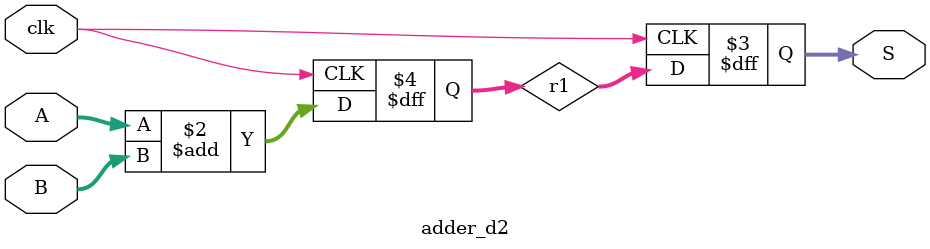
<source format=v>
module adder_d2 (
    input             clk,
    input [31:0]      A,
    input [31:0]      B,
    output reg [31:0] S
);

    reg [31:0] r1;

    always @(posedge clk) begin
        r1 <= A + B;
        S  <= r1;
    end

endmodule
</source>
